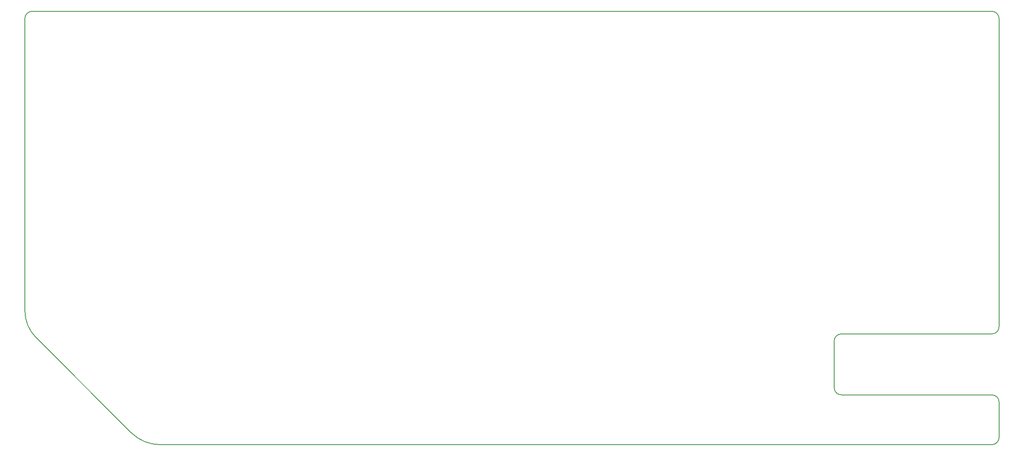
<source format=gbr>
%TF.GenerationSoftware,KiCad,Pcbnew,(6.0.0-rc1-306-g01eebd0b9d)*%
%TF.CreationDate,2022-04-07T08:08:28+01:00*%
%TF.ProjectId,keyboard,6b657962-6f61-4726-942e-6b696361645f,rev?*%
%TF.SameCoordinates,Original*%
%TF.FileFunction,Profile,NP*%
%FSLAX46Y46*%
G04 Gerber Fmt 4.6, Leading zero omitted, Abs format (unit mm)*
G04 Created by KiCad (PCBNEW (6.0.0-rc1-306-g01eebd0b9d)) date 2022-04-07 08:08:28*
%MOMM*%
%LPD*%
G01*
G04 APERTURE LIST*
%TA.AperFunction,Profile*%
%ADD10C,0.200000*%
%TD*%
G04 APERTURE END LIST*
D10*
X231409991Y-124445628D02*
X231409991Y-117078454D01*
X31252613Y-103683054D02*
X51023325Y-123455736D01*
X229909991Y-115578454D02*
X198639296Y-115578454D01*
X51023325Y-123455736D02*
G75*
G03*
X57034032Y-125945628I6010706J6010106D01*
G01*
X28909749Y-98025935D02*
G75*
G03*
X31252613Y-103683054I8000003J-545D01*
G01*
X231409991Y-117078454D02*
G75*
G03*
X229909991Y-115578454I-1500001J-1D01*
G01*
X229909991Y-125945628D02*
X57034032Y-125945628D01*
X229909991Y-125945628D02*
G75*
G03*
X231409991Y-124445628I-1J1500001D01*
G01*
X30413903Y-35744424D02*
X229909991Y-35744424D01*
X229909991Y-102893368D02*
G75*
G03*
X231409991Y-101393368I-1J1500001D01*
G01*
X197139296Y-114078454D02*
X197139296Y-104393368D01*
X198639296Y-102893368D02*
X229909991Y-102893368D01*
X197139296Y-114078454D02*
G75*
G03*
X198639296Y-115578454I1500001J1D01*
G01*
X198639296Y-102893368D02*
G75*
G03*
X197139296Y-104393368I1J-1500001D01*
G01*
X28909749Y-98025935D02*
X28913901Y-37244325D01*
X30413903Y-35744424D02*
G75*
G03*
X28913899Y-37244325I0J-1500004D01*
G01*
X231409991Y-37244424D02*
G75*
G03*
X229909991Y-35744424I-1500001J-1D01*
G01*
X231409991Y-101393368D02*
X231409991Y-37244424D01*
M02*

</source>
